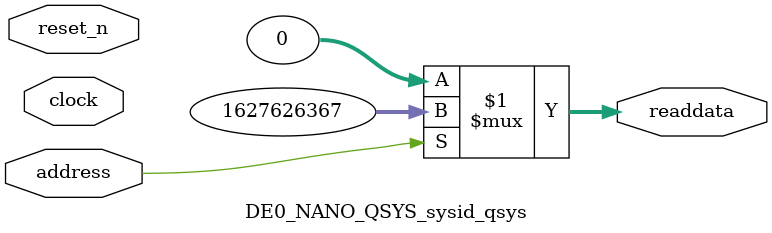
<source format=v>

`timescale 1ns / 1ps
// synthesis translate_on

// turn off superfluous verilog processor warnings 
// altera message_level Level1 
// altera message_off 10034 10035 10036 10037 10230 10240 10030 

module DE0_NANO_QSYS_sysid_qsys (
               // inputs:
                address,
                clock,
                reset_n,

               // outputs:
                readdata
             )
;

  output  [ 31: 0] readdata;
  input            address;
  input            clock;
  input            reset_n;

  wire    [ 31: 0] readdata;
  //control_slave, which is an e_avalon_slave
  assign readdata = address ? 1627626367 : 0;

endmodule




</source>
